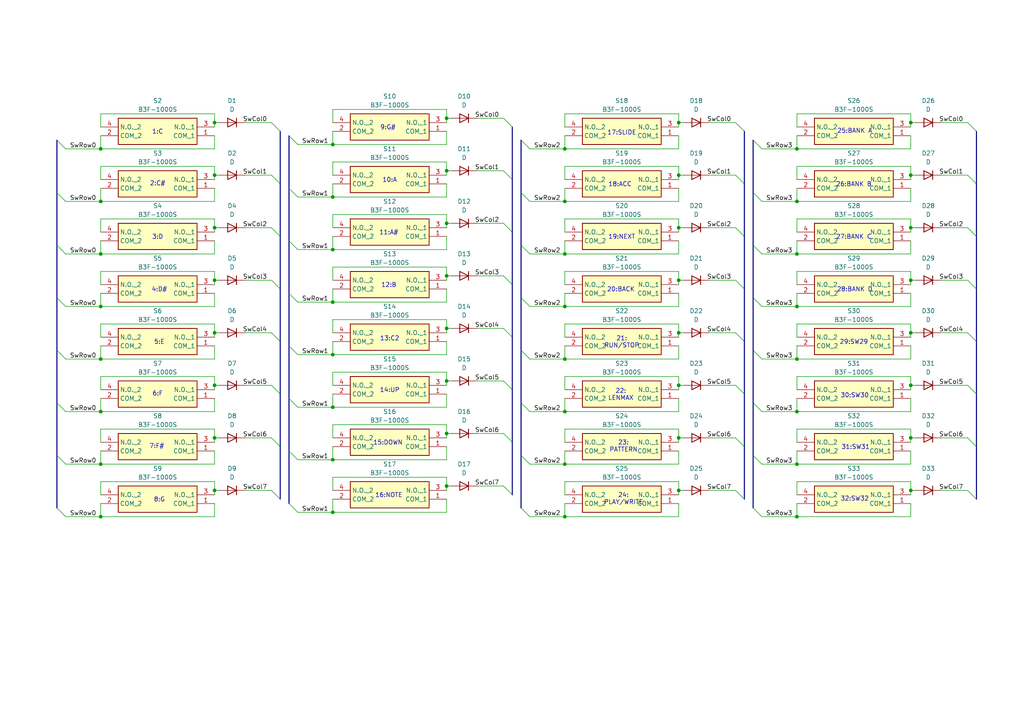
<source format=kicad_sch>
(kicad_sch (version 20231120) (generator "eeschema") (generator_version "8.0")
  (paper "A4")
  (junction (at 29.21 134.62))
  (junction (at 231.14 58.42))
  (junction (at 264.16 35.56))
  (junction (at 163.83 58.42))
  (junction (at 264.16 142.24))
  (junction (at 29.21 43.18))
  (junction (at 62.23 96.52))
  (junction (at 62.23 142.24))
  (junction (at 29.21 149.86))
  (junction (at 264.16 50.8))
  (junction (at 231.14 73.66))
  (junction (at 96.52 118.11))
  (junction (at 62.23 66.04))
  (junction (at 163.83 119.38))
  (junction (at 264.16 111.76))
  (junction (at 96.52 57.15))
  (junction (at 96.52 102.87))
  (junction (at 129.54 95.25))
  (junction (at 196.85 35.56))
  (junction (at 129.54 80.01))
  (junction (at 231.14 88.9))
  (junction (at 29.21 104.14))
  (junction (at 264.16 127))
  (junction (at 196.85 50.8))
  (junction (at 163.83 134.62))
  (junction (at 96.52 148.59))
  (junction (at 264.16 66.04))
  (junction (at 196.85 111.76))
  (junction (at 62.23 111.76))
  (junction (at 231.14 149.86))
  (junction (at 29.21 119.38))
  (junction (at 129.54 125.73))
  (junction (at 163.83 73.66))
  (junction (at 231.14 43.18))
  (junction (at 231.14 134.62))
  (junction (at 129.54 140.97))
  (junction (at 129.54 34.29))
  (junction (at 264.16 96.52))
  (junction (at 231.14 119.38))
  (junction (at 29.21 58.42))
  (junction (at 96.52 72.39))
  (junction (at 196.85 81.28))
  (junction (at 29.21 88.9))
  (junction (at 163.83 43.18))
  (junction (at 62.23 50.8))
  (junction (at 129.54 49.53))
  (junction (at 29.21 73.66))
  (junction (at 196.85 127))
  (junction (at 129.54 64.77))
  (junction (at 96.52 133.35))
  (junction (at 163.83 149.86))
  (junction (at 96.52 41.91))
  (junction (at 62.23 35.56))
  (junction (at 163.83 104.14))
  (junction (at 231.14 104.14))
  (junction (at 196.85 66.04))
  (junction (at 96.52 87.63))
  (junction (at 264.16 81.28))
  (junction (at 62.23 127))
  (junction (at 196.85 96.52))
  (junction (at 163.83 88.9))
  (junction (at 196.85 142.24))
  (junction (at 62.23 81.28))
  (junction (at 129.54 110.49))
  (bus_entry (at 215.9 38.1) (size -2.54 -2.54))
  (bus_entry (at 83.82 146.05) (size 2.54 2.54))
  (bus_entry (at 151.13 86.36) (size 2.54 2.54))
  (bus_entry (at 16.51 147.32) (size 2.54 2.54))
  (bus_entry (at 283.21 53.34) (size -2.54 -2.54))
  (bus_entry (at 83.82 115.57) (size 2.54 2.54))
  (bus_entry (at 151.13 116.84) (size 2.54 2.54))
  (bus_entry (at 283.21 38.1) (size -2.54 -2.54))
  (bus_entry (at 148.59 143.51) (size -2.54 -2.54))
  (bus_entry (at 218.44 71.12) (size 2.54 2.54))
  (bus_entry (at 16.51 40.64) (size 2.54 2.54))
  (bus_entry (at 283.21 129.54) (size -2.54 -2.54))
  (bus_entry (at 83.82 54.61) (size 2.54 2.54))
  (bus_entry (at 148.59 52.07) (size -2.54 -2.54))
  (bus_entry (at 283.21 68.58) (size -2.54 -2.54))
  (bus_entry (at 218.44 86.36) (size 2.54 2.54))
  (bus_entry (at 218.44 132.08) (size 2.54 2.54))
  (bus_entry (at 83.82 39.37) (size 2.54 2.54))
  (bus_entry (at 215.9 53.34) (size -2.54 -2.54))
  (bus_entry (at 215.9 129.54) (size -2.54 -2.54))
  (bus_entry (at 151.13 147.32) (size 2.54 2.54))
  (bus_entry (at 215.9 144.78) (size -2.54 -2.54))
  (bus_entry (at 215.9 114.3) (size -2.54 -2.54))
  (bus_entry (at 218.44 101.6) (size 2.54 2.54))
  (bus_entry (at 215.9 99.06) (size -2.54 -2.54))
  (bus_entry (at 151.13 55.88) (size 2.54 2.54))
  (bus_entry (at 218.44 147.32) (size 2.54 2.54))
  (bus_entry (at 16.51 116.84) (size 2.54 2.54))
  (bus_entry (at 83.82 85.09) (size 2.54 2.54))
  (bus_entry (at 151.13 71.12) (size 2.54 2.54))
  (bus_entry (at 81.28 144.78) (size -2.54 -2.54))
  (bus_entry (at 81.28 129.54) (size -2.54 -2.54))
  (bus_entry (at 81.28 114.3) (size -2.54 -2.54))
  (bus_entry (at 218.44 116.84) (size 2.54 2.54))
  (bus_entry (at 151.13 132.08) (size 2.54 2.54))
  (bus_entry (at 215.9 83.82) (size -2.54 -2.54))
  (bus_entry (at 151.13 40.64) (size 2.54 2.54))
  (bus_entry (at 83.82 130.81) (size 2.54 2.54))
  (bus_entry (at 283.21 99.06) (size -2.54 -2.54))
  (bus_entry (at 218.44 40.64) (size 2.54 2.54))
  (bus_entry (at 283.21 114.3) (size -2.54 -2.54))
  (bus_entry (at 215.9 68.58) (size -2.54 -2.54))
  (bus_entry (at 81.28 68.58) (size -2.54 -2.54))
  (bus_entry (at 151.13 101.6) (size 2.54 2.54))
  (bus_entry (at 81.28 83.82) (size -2.54 -2.54))
  (bus_entry (at 81.28 99.06) (size -2.54 -2.54))
  (bus_entry (at 148.59 82.55) (size -2.54 -2.54))
  (bus_entry (at 148.59 36.83) (size -2.54 -2.54))
  (bus_entry (at 148.59 97.79) (size -2.54 -2.54))
  (bus_entry (at 218.44 55.88) (size 2.54 2.54))
  (bus_entry (at 83.82 100.33) (size 2.54 2.54))
  (bus_entry (at 16.51 86.36) (size 2.54 2.54))
  (bus_entry (at 283.21 83.82) (size -2.54 -2.54))
  (bus_entry (at 16.51 71.12) (size 2.54 2.54))
  (bus_entry (at 148.59 113.03) (size -2.54 -2.54))
  (bus_entry (at 16.51 132.08) (size 2.54 2.54))
  (bus_entry (at 148.59 128.27) (size -2.54 -2.54))
  (bus_entry (at 148.59 67.31) (size -2.54 -2.54))
  (bus_entry (at 283.21 144.78) (size -2.54 -2.54))
  (bus_entry (at 81.28 38.1) (size -2.54 -2.54))
  (bus_entry (at 16.51 101.6) (size 2.54 2.54))
  (bus_entry (at 81.28 53.34) (size -2.54 -2.54))
  (bus_entry (at 16.51 55.88) (size 2.54 2.54))
  (bus_entry (at 83.82 69.85) (size 2.54 2.54))
  (wire (pts (xy 264.16 39.37) (xy 264.16 43.18)))
  (wire (pts (xy 280.67 35.56) (xy 273.05 35.56)))
  (wire (pts (xy 96.52 118.11) (xy 86.36 118.11)))
  (wire (pts (xy 29.21 139.7) (xy 62.23 139.7)))
  (wire (pts (xy 62.23 66.04) (xy 63.5 66.04)))
  (wire (pts (xy 29.21 143.51) (xy 29.21 139.7)))
  (wire (pts (xy 196.85 81.28) (xy 198.12 81.28)))
  (wire (pts (xy 96.52 62.23) (xy 129.54 62.23)))
  (bus (pts (xy 218.44 86.36) (xy 218.44 101.6)))
  (wire (pts (xy 29.21 124.46) (xy 62.23 124.46)))
  (wire (pts (xy 129.54 38.1) (xy 129.54 41.91)))
  (bus (pts (xy 81.28 53.34) (xy 81.28 68.58)))
  (bus (pts (xy 148.59 52.07) (xy 148.59 67.31)))
  (wire (pts (xy 264.16 78.74) (xy 264.16 81.28)))
  (wire (pts (xy 163.83 73.66) (xy 153.67 73.66)))
  (wire (pts (xy 62.23 109.22) (xy 62.23 111.76)))
  (wire (pts (xy 264.16 111.76) (xy 265.43 111.76)))
  (wire (pts (xy 196.85 73.66) (xy 163.83 73.66)))
  (wire (pts (xy 264.16 35.56) (xy 264.16 36.83)))
  (wire (pts (xy 163.83 139.7) (xy 196.85 139.7)))
  (wire (pts (xy 129.54 31.75) (xy 129.54 34.29)))
  (wire (pts (xy 29.21 63.5) (xy 62.23 63.5)))
  (wire (pts (xy 280.67 142.24) (xy 273.05 142.24)))
  (wire (pts (xy 129.54 46.99) (xy 129.54 49.53)))
  (wire (pts (xy 62.23 50.8) (xy 63.5 50.8)))
  (bus (pts (xy 215.9 83.82) (xy 215.9 99.06)))
  (wire (pts (xy 163.83 119.38) (xy 153.67 119.38)))
  (wire (pts (xy 231.14 119.38) (xy 231.14 115.57)))
  (bus (pts (xy 151.13 40.64) (xy 151.13 55.88)))
  (wire (pts (xy 231.14 73.66) (xy 220.98 73.66)))
  (wire (pts (xy 231.14 113.03) (xy 231.14 109.22)))
  (wire (pts (xy 163.83 73.66) (xy 163.83 69.85)))
  (wire (pts (xy 62.23 54.61) (xy 62.23 58.42)))
  (wire (pts (xy 196.85 115.57) (xy 196.85 119.38)))
  (wire (pts (xy 129.54 95.25) (xy 129.54 96.52)))
  (wire (pts (xy 163.83 88.9) (xy 153.67 88.9)))
  (wire (pts (xy 96.52 35.56) (xy 96.52 31.75)))
  (wire (pts (xy 96.52 133.35) (xy 96.52 129.54)))
  (wire (pts (xy 163.83 113.03) (xy 163.83 109.22)))
  (wire (pts (xy 62.23 35.56) (xy 63.5 35.56)))
  (wire (pts (xy 62.23 142.24) (xy 63.5 142.24)))
  (bus (pts (xy 215.9 68.58) (xy 215.9 83.82)))
  (bus (pts (xy 218.44 71.12) (xy 218.44 86.36)))
  (wire (pts (xy 78.74 96.52) (xy 71.12 96.52)))
  (bus (pts (xy 151.13 86.36) (xy 151.13 101.6)))
  (wire (pts (xy 264.16 109.22) (xy 264.16 111.76)))
  (wire (pts (xy 29.21 113.03) (xy 29.21 109.22)))
  (wire (pts (xy 264.16 66.04) (xy 265.43 66.04)))
  (wire (pts (xy 96.52 50.8) (xy 96.52 46.99)))
  (wire (pts (xy 29.21 43.18) (xy 19.05 43.18)))
  (bus (pts (xy 83.82 100.33) (xy 83.82 115.57)))
  (wire (pts (xy 231.14 43.18) (xy 231.14 39.37)))
  (wire (pts (xy 231.14 149.86) (xy 220.98 149.86)))
  (wire (pts (xy 29.21 52.07) (xy 29.21 48.26)))
  (bus (pts (xy 283.21 53.34) (xy 283.21 68.58)))
  (wire (pts (xy 62.23 81.28) (xy 62.23 82.55)))
  (wire (pts (xy 62.23 139.7) (xy 62.23 142.24)))
  (wire (pts (xy 29.21 67.31) (xy 29.21 63.5)))
  (wire (pts (xy 129.54 72.39) (xy 96.52 72.39)))
  (bus (pts (xy 83.82 115.57) (xy 83.82 130.81)))
  (wire (pts (xy 29.21 78.74) (xy 62.23 78.74)))
  (bus (pts (xy 151.13 71.12) (xy 151.13 86.36)))
  (bus (pts (xy 81.28 68.58) (xy 81.28 83.82)))
  (wire (pts (xy 264.16 50.8) (xy 264.16 52.07)))
  (wire (pts (xy 213.36 35.56) (xy 205.74 35.56)))
  (wire (pts (xy 62.23 124.46) (xy 62.23 127)))
  (wire (pts (xy 129.54 68.58) (xy 129.54 72.39)))
  (bus (pts (xy 148.59 67.31) (xy 148.59 82.55)))
  (wire (pts (xy 29.21 119.38) (xy 29.21 115.57)))
  (wire (pts (xy 96.52 41.91) (xy 86.36 41.91)))
  (wire (pts (xy 264.16 33.02) (xy 264.16 35.56)))
  (wire (pts (xy 196.85 35.56) (xy 196.85 36.83)))
  (wire (pts (xy 96.52 87.63) (xy 96.52 83.82)))
  (bus (pts (xy 151.13 132.08) (xy 151.13 147.32)))
  (wire (pts (xy 96.52 92.71) (xy 129.54 92.71)))
  (wire (pts (xy 196.85 54.61) (xy 196.85 58.42)))
  (wire (pts (xy 129.54 140.97) (xy 129.54 142.24)))
  (wire (pts (xy 163.83 52.07) (xy 163.83 48.26)))
  (wire (pts (xy 196.85 96.52) (xy 196.85 97.79)))
  (wire (pts (xy 213.36 66.04) (xy 205.74 66.04)))
  (wire (pts (xy 129.54 118.11) (xy 96.52 118.11)))
  (wire (pts (xy 29.21 88.9) (xy 29.21 85.09)))
  (wire (pts (xy 129.54 80.01) (xy 130.81 80.01)))
  (wire (pts (xy 129.54 57.15) (xy 96.52 57.15)))
  (wire (pts (xy 29.21 33.02) (xy 62.23 33.02)))
  (wire (pts (xy 196.85 63.5) (xy 196.85 66.04)))
  (wire (pts (xy 196.85 39.37) (xy 196.85 43.18)))
  (wire (pts (xy 280.67 111.76) (xy 273.05 111.76)))
  (wire (pts (xy 62.23 81.28) (xy 63.5 81.28)))
  (wire (pts (xy 264.16 73.66) (xy 231.14 73.66)))
  (wire (pts (xy 196.85 81.28) (xy 196.85 82.55)))
  (wire (pts (xy 231.14 36.83) (xy 231.14 33.02)))
  (wire (pts (xy 264.16 134.62) (xy 231.14 134.62)))
  (wire (pts (xy 231.14 58.42) (xy 231.14 54.61)))
  (bus (pts (xy 215.9 38.1) (xy 215.9 53.34)))
  (wire (pts (xy 78.74 127) (xy 71.12 127)))
  (wire (pts (xy 163.83 93.98) (xy 196.85 93.98)))
  (wire (pts (xy 96.52 118.11) (xy 96.52 114.3)))
  (wire (pts (xy 62.23 134.62) (xy 29.21 134.62)))
  (wire (pts (xy 196.85 50.8) (xy 196.85 52.07)))
  (wire (pts (xy 264.16 63.5) (xy 264.16 66.04)))
  (bus (pts (xy 218.44 55.88) (xy 218.44 71.12)))
  (wire (pts (xy 196.85 35.56) (xy 198.12 35.56)))
  (bus (pts (xy 16.51 55.88) (xy 16.51 71.12)))
  (wire (pts (xy 231.14 88.9) (xy 231.14 85.09)))
  (wire (pts (xy 264.16 43.18) (xy 231.14 43.18)))
  (wire (pts (xy 163.83 134.62) (xy 163.83 130.81)))
  (wire (pts (xy 78.74 142.24) (xy 71.12 142.24)))
  (wire (pts (xy 264.16 85.09) (xy 264.16 88.9)))
  (wire (pts (xy 96.52 107.95) (xy 129.54 107.95)))
  (wire (pts (xy 29.21 48.26) (xy 62.23 48.26)))
  (bus (pts (xy 218.44 40.64) (xy 218.44 55.88)))
  (wire (pts (xy 163.83 67.31) (xy 163.83 63.5)))
  (wire (pts (xy 163.83 143.51) (xy 163.83 139.7)))
  (wire (pts (xy 96.52 102.87) (xy 96.52 99.06)))
  (wire (pts (xy 264.16 104.14) (xy 231.14 104.14)))
  (wire (pts (xy 196.85 58.42) (xy 163.83 58.42)))
  (wire (pts (xy 62.23 127) (xy 62.23 128.27)))
  (bus (pts (xy 215.9 53.34) (xy 215.9 68.58)))
  (wire (pts (xy 163.83 119.38) (xy 163.83 115.57)))
  (wire (pts (xy 62.23 100.33) (xy 62.23 104.14)))
  (wire (pts (xy 196.85 66.04) (xy 196.85 67.31)))
  (wire (pts (xy 146.05 64.77) (xy 138.43 64.77)))
  (bus (pts (xy 215.9 114.3) (xy 215.9 129.54)))
  (wire (pts (xy 129.54 34.29) (xy 129.54 35.56)))
  (bus (pts (xy 151.13 55.88) (xy 151.13 71.12)))
  (wire (pts (xy 163.83 63.5) (xy 196.85 63.5)))
  (wire (pts (xy 96.52 66.04) (xy 96.52 62.23)))
  (wire (pts (xy 231.14 104.14) (xy 231.14 100.33)))
  (wire (pts (xy 29.21 73.66) (xy 29.21 69.85)))
  (wire (pts (xy 213.36 111.76) (xy 205.74 111.76)))
  (wire (pts (xy 231.14 128.27) (xy 231.14 124.46)))
  (wire (pts (xy 163.83 36.83) (xy 163.83 33.02)))
  (wire (pts (xy 146.05 140.97) (xy 138.43 140.97)))
  (wire (pts (xy 129.54 62.23) (xy 129.54 64.77)))
  (wire (pts (xy 62.23 146.05) (xy 62.23 149.86)))
  (wire (pts (xy 96.52 102.87) (xy 86.36 102.87)))
  (wire (pts (xy 62.23 130.81) (xy 62.23 134.62)))
  (wire (pts (xy 146.05 95.25) (xy 138.43 95.25)))
  (bus (pts (xy 81.28 114.3) (xy 81.28 129.54)))
  (wire (pts (xy 264.16 127) (xy 265.43 127)))
  (wire (pts (xy 146.05 110.49) (xy 138.43 110.49)))
  (wire (pts (xy 264.16 111.76) (xy 264.16 113.03)))
  (wire (pts (xy 196.85 149.86) (xy 163.83 149.86)))
  (wire (pts (xy 96.52 133.35) (xy 86.36 133.35)))
  (wire (pts (xy 96.52 87.63) (xy 86.36 87.63)))
  (wire (pts (xy 231.14 134.62) (xy 231.14 130.81)))
  (wire (pts (xy 196.85 33.02) (xy 196.85 35.56)))
  (wire (pts (xy 231.14 43.18) (xy 220.98 43.18)))
  (wire (pts (xy 62.23 33.02) (xy 62.23 35.56)))
  (wire (pts (xy 231.14 33.02) (xy 264.16 33.02)))
  (bus (pts (xy 218.44 101.6) (xy 218.44 116.84)))
  (wire (pts (xy 129.54 140.97) (xy 130.81 140.97)))
  (wire (pts (xy 264.16 149.86) (xy 231.14 149.86)))
  (wire (pts (xy 62.23 111.76) (xy 63.5 111.76)))
  (wire (pts (xy 96.52 41.91) (xy 96.52 38.1)))
  (wire (pts (xy 62.23 78.74) (xy 62.23 81.28)))
  (wire (pts (xy 231.14 124.46) (xy 264.16 124.46)))
  (wire (pts (xy 264.16 124.46) (xy 264.16 127)))
  (wire (pts (xy 163.83 134.62) (xy 153.67 134.62)))
  (wire (pts (xy 163.83 149.86) (xy 163.83 146.05)))
  (wire (pts (xy 196.85 127) (xy 196.85 128.27)))
  (wire (pts (xy 129.54 49.53) (xy 129.54 50.8)))
  (wire (pts (xy 264.16 54.61) (xy 264.16 58.42)))
  (wire (pts (xy 78.74 111.76) (xy 71.12 111.76)))
  (wire (pts (xy 62.23 43.18) (xy 29.21 43.18)))
  (wire (pts (xy 264.16 69.85) (xy 264.16 73.66)))
  (wire (pts (xy 62.23 111.76) (xy 62.23 113.03)))
  (wire (pts (xy 62.23 104.14) (xy 29.21 104.14)))
  (wire (pts (xy 62.23 35.56) (xy 62.23 36.83)))
  (wire (pts (xy 231.14 82.55) (xy 231.14 78.74)))
  (wire (pts (xy 96.52 31.75) (xy 129.54 31.75)))
  (wire (pts (xy 163.83 149.86) (xy 153.67 149.86)))
  (bus (pts (xy 283.21 83.82) (xy 283.21 99.06)))
  (wire (pts (xy 196.85 104.14) (xy 163.83 104.14)))
  (wire (pts (xy 129.54 125.73) (xy 130.81 125.73)))
  (wire (pts (xy 62.23 88.9) (xy 29.21 88.9)))
  (wire (pts (xy 129.54 110.49) (xy 130.81 110.49)))
  (wire (pts (xy 196.85 78.74) (xy 196.85 81.28)))
  (wire (pts (xy 196.85 134.62) (xy 163.83 134.62)))
  (wire (pts (xy 29.21 149.86) (xy 19.05 149.86)))
  (wire (pts (xy 196.85 43.18) (xy 163.83 43.18)))
  (wire (pts (xy 96.52 77.47) (xy 129.54 77.47)))
  (wire (pts (xy 196.85 88.9) (xy 163.83 88.9)))
  (wire (pts (xy 196.85 69.85) (xy 196.85 73.66)))
  (wire (pts (xy 29.21 104.14) (xy 19.05 104.14)))
  (wire (pts (xy 163.83 104.14) (xy 153.67 104.14)))
  (bus (pts (xy 283.21 68.58) (xy 283.21 83.82)))
  (wire (pts (xy 196.85 146.05) (xy 196.85 149.86)))
  (wire (pts (xy 231.14 88.9) (xy 220.98 88.9)))
  (bus (pts (xy 16.51 40.64) (xy 16.51 55.88)))
  (wire (pts (xy 280.67 66.04) (xy 273.05 66.04)))
  (bus (pts (xy 83.82 39.37) (xy 83.82 54.61)))
  (wire (pts (xy 129.54 34.29) (xy 130.81 34.29)))
  (wire (pts (xy 96.52 96.52) (xy 96.52 92.71)))
  (wire (pts (xy 62.23 63.5) (xy 62.23 66.04)))
  (wire (pts (xy 129.54 53.34) (xy 129.54 57.15)))
  (wire (pts (xy 96.52 111.76) (xy 96.52 107.95)))
  (wire (pts (xy 62.23 115.57) (xy 62.23 119.38)))
  (wire (pts (xy 264.16 127) (xy 264.16 128.27)))
  (wire (pts (xy 196.85 127) (xy 198.12 127)))
  (wire (pts (xy 231.14 143.51) (xy 231.14 139.7)))
  (wire (pts (xy 163.83 43.18) (xy 163.83 39.37)))
  (wire (pts (xy 96.52 57.15) (xy 96.52 53.34)))
  (bus (pts (xy 283.21 129.54) (xy 283.21 144.78)))
  (wire (pts (xy 280.67 127) (xy 273.05 127)))
  (wire (pts (xy 96.52 123.19) (xy 129.54 123.19)))
  (bus (pts (xy 83.82 130.81) (xy 83.82 146.05)))
  (wire (pts (xy 264.16 35.56) (xy 265.43 35.56)))
  (wire (pts (xy 62.23 96.52) (xy 63.5 96.52)))
  (wire (pts (xy 129.54 41.91) (xy 96.52 41.91)))
  (wire (pts (xy 129.54 133.35) (xy 96.52 133.35)))
  (wire (pts (xy 196.85 50.8) (xy 198.12 50.8)))
  (wire (pts (xy 129.54 107.95) (xy 129.54 110.49)))
  (wire (pts (xy 129.54 87.63) (xy 96.52 87.63)))
  (wire (pts (xy 96.52 72.39) (xy 96.52 68.58)))
  (wire (pts (xy 62.23 50.8) (xy 62.23 52.07)))
  (wire (pts (xy 163.83 48.26) (xy 196.85 48.26)))
  (wire (pts (xy 129.54 80.01) (xy 129.54 81.28)))
  (wire (pts (xy 129.54 64.77) (xy 129.54 66.04)))
  (bus (pts (xy 283.21 99.06) (xy 283.21 114.3)))
  (wire (pts (xy 29.21 43.18) (xy 29.21 39.37)))
  (wire (pts (xy 129.54 77.47) (xy 129.54 80.01)))
  (wire (pts (xy 196.85 66.04) (xy 198.12 66.04)))
  (wire (pts (xy 62.23 66.04) (xy 62.23 67.31)))
  (wire (pts (xy 62.23 39.37) (xy 62.23 43.18)))
  (bus (pts (xy 148.59 82.55) (xy 148.59 97.79)))
  (wire (pts (xy 96.52 148.59) (xy 96.52 144.78)))
  (wire (pts (xy 196.85 139.7) (xy 196.85 142.24)))
  (wire (pts (xy 231.14 48.26) (xy 264.16 48.26)))
  (wire (pts (xy 264.16 48.26) (xy 264.16 50.8)))
  (wire (pts (xy 163.83 109.22) (xy 196.85 109.22)))
  (wire (pts (xy 196.85 142.24) (xy 198.12 142.24)))
  (wire (pts (xy 264.16 88.9) (xy 231.14 88.9)))
  (wire (pts (xy 280.67 50.8) (xy 273.05 50.8)))
  (wire (pts (xy 29.21 97.79) (xy 29.21 93.98)))
  (wire (pts (xy 62.23 69.85) (xy 62.23 73.66)))
  (wire (pts (xy 129.54 110.49) (xy 129.54 111.76)))
  (wire (pts (xy 196.85 48.26) (xy 196.85 50.8)))
  (wire (pts (xy 129.54 83.82) (xy 129.54 87.63)))
  (bus (pts (xy 218.44 132.08) (xy 218.44 147.32)))
  (wire (pts (xy 62.23 73.66) (xy 29.21 73.66)))
  (wire (pts (xy 231.14 67.31) (xy 231.14 63.5)))
  (bus (pts (xy 148.59 97.79) (xy 148.59 113.03)))
  (bus (pts (xy 16.51 132.08) (xy 16.51 147.32)))
  (bus (pts (xy 81.28 83.82) (xy 81.28 99.06)))
  (wire (pts (xy 264.16 142.24) (xy 264.16 143.51)))
  (bus (pts (xy 83.82 69.85) (xy 83.82 85.09)))
  (wire (pts (xy 213.36 50.8) (xy 205.74 50.8)))
  (wire (pts (xy 129.54 49.53) (xy 130.81 49.53)))
  (wire (pts (xy 231.14 134.62) (xy 220.98 134.62)))
  (bus (pts (xy 83.82 54.61) (xy 83.82 69.85)))
  (wire (pts (xy 78.74 81.28) (xy 71.12 81.28)))
  (wire (pts (xy 146.05 34.29) (xy 138.43 34.29)))
  (wire (pts (xy 231.14 109.22) (xy 264.16 109.22)))
  (wire (pts (xy 264.16 96.52) (xy 264.16 97.79)))
  (wire (pts (xy 96.52 142.24) (xy 96.52 138.43)))
  (wire (pts (xy 264.16 115.57) (xy 264.16 119.38)))
  (wire (pts (xy 129.54 148.59) (xy 96.52 148.59)))
  (wire (pts (xy 29.21 58.42) (xy 29.21 54.61)))
  (wire (pts (xy 29.21 149.86) (xy 29.21 146.05)))
  (bus (pts (xy 151.13 116.84) (xy 151.13 132.08)))
  (wire (pts (xy 264.16 81.28) (xy 265.43 81.28)))
  (wire (pts (xy 264.16 142.24) (xy 265.43 142.24)))
  (wire (pts (xy 196.85 109.22) (xy 196.85 111.76)))
  (wire (pts (xy 196.85 100.33) (xy 196.85 104.14)))
  (wire (pts (xy 264.16 130.81) (xy 264.16 134.62)))
  (wire (pts (xy 231.14 78.74) (xy 264.16 78.74)))
  (wire (pts (xy 62.23 142.24) (xy 62.23 143.51)))
  (wire (pts (xy 62.23 58.42) (xy 29.21 58.42)))
  (bus (pts (xy 148.59 113.03) (xy 148.59 128.27)))
  (bus (pts (xy 283.21 38.1) (xy 283.21 53.34)))
  (wire (pts (xy 213.36 127) (xy 205.74 127)))
  (bus (pts (xy 215.9 99.06) (xy 215.9 114.3)))
  (wire (pts (xy 96.52 72.39) (xy 86.36 72.39)))
  (wire (pts (xy 129.54 123.19) (xy 129.54 125.73)))
  (wire (pts (xy 231.14 93.98) (xy 264.16 93.98)))
  (wire (pts (xy 163.83 128.27) (xy 163.83 124.46)))
  (wire (pts (xy 29.21 109.22) (xy 62.23 109.22)))
  (wire (pts (xy 196.85 111.76) (xy 198.12 111.76)))
  (wire (pts (xy 129.54 64.77) (xy 130.81 64.77)))
  (wire (pts (xy 29.21 93.98) (xy 62.23 93.98)))
  (wire (pts (xy 129.54 125.73) (xy 129.54 127)))
  (wire (pts (xy 62.23 119.38) (xy 29.21 119.38)))
  (bus (pts (xy 148.59 36.83) (xy 148.59 52.07)))
  (wire (pts (xy 196.85 111.76) (xy 196.85 113.03)))
  (wire (pts (xy 129.54 138.43) (xy 129.54 140.97)))
  (wire (pts (xy 62.23 48.26) (xy 62.23 50.8)))
  (wire (pts (xy 163.83 43.18) (xy 153.67 43.18)))
  (wire (pts (xy 196.85 93.98) (xy 196.85 96.52)))
  (wire (pts (xy 129.54 95.25) (xy 130.81 95.25)))
  (wire (pts (xy 231.14 119.38) (xy 220.98 119.38)))
  (wire (pts (xy 231.14 63.5) (xy 264.16 63.5)))
  (bus (pts (xy 16.51 86.36) (xy 16.51 101.6)))
  (wire (pts (xy 163.83 104.14) (xy 163.83 100.33)))
  (wire (pts (xy 129.54 114.3) (xy 129.54 118.11)))
  (wire (pts (xy 280.67 96.52) (xy 273.05 96.52)))
  (wire (pts (xy 163.83 124.46) (xy 196.85 124.46)))
  (bus (pts (xy 283.21 114.3) (xy 283.21 129.54)))
  (wire (pts (xy 146.05 49.53) (xy 138.43 49.53)))
  (wire (pts (xy 163.83 33.02) (xy 196.85 33.02)))
  (wire (pts (xy 231.14 149.86) (xy 231.14 146.05)))
  (wire (pts (xy 231.14 58.42) (xy 220.98 58.42)))
  (wire (pts (xy 62.23 93.98) (xy 62.23 96.52)))
  (wire (pts (xy 78.74 35.56) (xy 71.12 35.56)))
  (wire (pts (xy 196.85 130.81) (xy 196.85 134.62)))
  (wire (pts (xy 280.67 81.28) (xy 273.05 81.28)))
  (wire (pts (xy 62.23 149.86) (xy 29.21 149.86)))
  (wire (pts (xy 231.14 97.79) (xy 231.14 93.98)))
  (wire (pts (xy 264.16 146.05) (xy 264.16 149.86)))
  (bus (pts (xy 148.59 128.27) (xy 148.59 143.51)))
  (wire (pts (xy 29.21 36.83) (xy 29.21 33.02)))
  (bus (pts (xy 83.82 85.09) (xy 83.82 100.33)))
  (wire (pts (xy 163.83 78.74) (xy 196.85 78.74)))
  (wire (pts (xy 129.54 92.71) (xy 129.54 95.25)))
  (wire (pts (xy 78.74 50.8) (xy 71.12 50.8)))
  (wire (pts (xy 129.54 129.54) (xy 129.54 133.35)))
  (wire (pts (xy 213.36 96.52) (xy 205.74 96.52)))
  (wire (pts (xy 163.83 97.79) (xy 163.83 93.98)))
  (wire (pts (xy 29.21 73.66) (xy 19.05 73.66)))
  (wire (pts (xy 146.05 80.01) (xy 138.43 80.01)))
  (wire (pts (xy 213.36 81.28) (xy 205.74 81.28)))
  (wire (pts (xy 264.16 81.28) (xy 264.16 82.55)))
  (wire (pts (xy 264.16 66.04) (xy 264.16 67.31)))
  (wire (pts (xy 196.85 142.24) (xy 196.85 143.51)))
  (wire (pts (xy 231.14 104.14) (xy 220.98 104.14)))
  (wire (pts (xy 196.85 119.38) (xy 163.83 119.38)))
  (wire (pts (xy 163.83 58.42) (xy 153.67 58.42)))
  (wire (pts (xy 196.85 124.46) (xy 196.85 127)))
  (wire (pts (xy 264.16 119.38) (xy 231.14 119.38)))
  (wire (pts (xy 62.23 96.52) (xy 62.23 97.79)))
  (wire (pts (xy 163.83 88.9) (xy 163.83 85.09)))
  (bus (pts (xy 215.9 129.54) (xy 215.9 144.78)))
  (wire (pts (xy 29.21 128.27) (xy 29.21 124.46)))
  (wire (pts (xy 196.85 96.52) (xy 198.12 96.52)))
  (bus (pts (xy 151.13 101.6) (xy 151.13 116.84)))
  (wire (pts (xy 196.85 85.09) (xy 196.85 88.9)))
  (wire (pts (xy 29.21 82.55) (xy 29.21 78.74)))
  (wire (pts (xy 264.16 58.42) (xy 231.14 58.42)))
  (wire (pts (xy 62.23 127) (xy 63.5 127)))
  (bus (pts (xy 81.28 129.54) (xy 81.28 144.78)))
  (wire (pts (xy 163.83 58.42) (xy 163.83 54.61)))
  (wire (pts (xy 264.16 96.52) (xy 265.43 96.52)))
  (bus (pts (xy 218.44 116.84) (xy 218.44 132.08)))
  (wire (pts (xy 29.21 58.42) (xy 19.05 58.42)))
  (wire (pts (xy 29.21 134.62) (xy 29.21 130.81)))
  (wire (pts (xy 129.54 102.87) (xy 96.52 102.87)))
  (wire (pts (xy 264.16 50.8) (xy 265.43 50.8)))
  (bus (pts (xy 81.28 99.06) (xy 81.28 114.3)))
  (wire (pts (xy 231.14 73.66) (xy 231.14 69.85)))
  (bus (pts (xy 81.28 38.1) (xy 81.28 53.34)))
  (wire (pts (xy 264.16 100.33) (xy 264.16 104.14)))
  (wire (pts (xy 231.14 139.7) (xy 264.16 139.7)))
  (wire (pts (xy 163.83 82.55) (xy 163.83 78.74)))
  (wire (pts (xy 96.52 148.59) (xy 86.36 148.59)))
  (wire (pts (xy 96.52 138.43) (xy 129.54 138.43)))
  (wire (pts (xy 96.52 46.99) (xy 129.54 46.99)))
  (wire (pts (xy 146.05 125.73) (xy 138.43 125.73)))
  (wire (pts (xy 29.21 119.38) (xy 19.05 119.38)))
  (bus (pts (xy 16.51 71.12) (xy 16.51 86.36)))
  (wire (pts (xy 96.52 81.28) (xy 96.52 77.47)))
  (wire (pts (xy 29.21 104.14) (xy 29.21 100.33)))
  (wire (pts (xy 29.21 134.62) (xy 19.05 134.62)))
  (wire (pts (xy 62.23 85.09) (xy 62.23 88.9)))
  (wire (pts (xy 264.16 93.98) (xy 264.16 96.52)))
  (wire (pts (xy 231.14 52.07) (xy 231.14 48.26)))
  (wire (pts (xy 213.36 142.24) (xy 205.74 142.24)))
  (bus (pts (xy 16.51 101.6) (xy 16.51 116.84)))
  (wire (pts (xy 78.74 66.04) (xy 71.12 66.04)))
  (wire (pts (xy 29.21 88.9) (xy 19.05 88.9)))
  (wire (pts (xy 96.52 127) (xy 96.52 123.19)))
  (wire (pts (xy 129.54 99.06) (xy 129.54 102.87)))
  (wire (pts (xy 129.54 144.78) (xy 129.54 148.59)))
  (bus (pts (xy 16.51 116.84) (xy 16.51 132.08)))
  (wire (pts (xy 264.16 139.7) (xy 264.16 142.24)))
  (wire (pts (xy 96.52 57.15) (xy 86.36 57.15)))
  (text "16:NOTE" (at 112.776 143.764 0) (effects (font (size 1.27 1.27))))
  (text "19:NEXT" (at 180.34 68.834 0) (effects (font (size 1.27 1.27))))
  (text "26:BANK B" (at 247.65 53.594 0) (effects (font (size 1.27 1.27))))
  (text "23:\nPATTERN" (at 180.848 129.54 0) (effects (font (size 1.27 1.27))))
  (text "12:B" (at 112.776 82.804 0) (effects (font (size 1.27 1.27))))
  (text "4:D#" (at 46.228 84.074 0) (effects (font (size 1.27 1.27))))
  (text "7:F#\n" (at 45.466 129.54 0) (effects (font (size 1.27 1.27))))
  (text "6:F\n" (at 45.72 114.3 0) (effects (font (size 1.27 1.27))))
  (text "15:DOWN" (at 112.522 128.524 0) (effects (font (size 1.27 1.27))))
  (text "1:C" (at 45.72 38.354 0) (effects (font (size 1.27 1.27))))
  (text "17:SLIDE" (at 180.34 38.608 0) (effects (font (size 1.27 1.27))))
  (text "3:D" (at 45.72 68.834 0) (effects (font (size 1.27 1.27))))
  (text "14:UP" (at 113.03 113.284 0) (effects (font (size 1.27 1.27))))
  (text "24:\nPLAY/WRITE" (at 180.848 144.78 0) (effects (font (size 1.27 1.27))))
  (text "9:G#" (at 112.522 37.084 0) (effects (font (size 1.27 1.27))))
  (text "21:\nRUN/STOP" (at 180.34 99.314 0) (effects (font (size 1.27 1.27))))
  (text "28:BANK D" (at 247.904 84.074 0) (effects (font (size 1.27 1.27))))
  (text "31:SW31" (at 248.158 129.794 0) (effects (font (size 1.27 1.27))))
  (text "22:\nLENMAX" (at 180.086 114.554 0) (effects (font (size 1.27 1.27))))
  (text "29:SW29" (at 247.65 99.314 0) (effects (font (size 1.27 1.27))))
  (text "10:A" (at 113.03 52.324 0) (effects (font (size 1.27 1.27))))
  (text "8:G" (at 46.228 145.034 0) (effects (font (size 1.27 1.27))))
  (text "27:BANK C" (at 247.65 68.834 0) (effects (font (size 1.27 1.27))))
  (text "13:C2" (at 113.03 98.298 0) (effects (font (size 1.27 1.27))))
  (text "11:A#" (at 112.776 67.564 0) (effects (font (size 1.27 1.27))))
  (text "30:SW30\n" (at 247.904 114.808 0) (effects (font (size 1.27 1.27))))
  (text "20:BACK" (at 180.086 84.074 0) (effects (font (size 1.27 1.27))))
  (text "18:ACC" (at 179.832 53.594 0) (effects (font (size 1.27 1.27))))
  (text "5:E" (at 46.228 99.314 0) (effects (font (size 1.27 1.27))))
  (text "25:BANK A" (at 247.904 38.1 0) (effects (font (size 1.27 1.27))))
  (text "2:C#" (at 45.72 53.34 0) (effects (font (size 1.27 1.27))))
  (text "32:SW32" (at 247.904 144.78 0) (effects (font (size 1.27 1.27))))
  (label "SwRow2" (at 162.56 88.9 180))
  (label "SwCol5" (at 212.09 111.76 180))
  (label "SwRow1" (at 95.25 118.11 180))
  (label "SwRow0" (at 27.94 88.9 180))
  (label "SwRow0" (at 27.94 58.42 180))
  (label "SwRow3" (at 229.87 73.66 180))
  (label "SwRow1" (at 95.25 102.87 180))
  (label "SwCol1" (at 77.47 50.8 180))
  (label "SwCol5" (at 144.78 110.49 180))
  (label "SwCol7" (at 77.47 142.24 180))
  (label "SwCol1" (at 212.09 50.8 180))
  (label "SwCol1" (at 279.4 50.8 180))
  (label "SwRow3" (at 229.87 134.62 180))
  (label "SwCol7" (at 279.4 142.24 180))
  (label "SwCol4" (at 144.78 95.25 180))
  (label "SwCol2" (at 77.47 66.04 180))
  (label "SwCol5" (at 279.4 111.76 180))
  (label "SwCol0" (at 77.47 35.56 180))
  (label "SwRow3" (at 229.87 104.14 180))
  (label "SwRow1" (at 95.25 133.35 180))
  (label "SwCol4" (at 212.09 96.52 180))
  (label "SwRow2" (at 162.56 119.38 180))
  (label "SwRow3" (at 229.87 119.38 180))
  (label "SwCol2" (at 212.09 66.04 180))
  (label "SwRow3" (at 229.87 88.9 180))
  (label "SwRow0" (at 27.94 43.18 180))
  (label "SwRow0" (at 27.94 104.14 180))
  (label "SwRow1" (at 95.25 57.15 180))
  (label "SwCol6" (at 279.4 127 180))
  (label "SwCol0" (at 212.09 35.56 180))
  (label "SwRow0" (at 27.94 73.66 180))
  (label "SwRow2" (at 162.56 58.42 180))
  (label "SwCol2" (at 144.78 64.77 180))
  (label "SwCol3" (at 77.47 81.28 180))
  (label "SwRow1" (at 95.25 148.59 180))
  (label "SwRow1" (at 95.25 87.63 180))
  (label "SwCol0" (at 144.78 34.29 180))
  (label "SwCol6" (at 212.09 127 180))
  (label "SwCol6" (at 77.47 127 180))
  (label "SwCol7" (at 212.09 142.24 180))
  (label "SwRow2" (at 162.56 43.18 180))
  (label "SwRow2" (at 162.56 134.62 180))
  (label "SwRow2" (at 162.56 104.14 180))
  (label "SwCol5" (at 77.47 111.76 180))
  (label "SwCol1" (at 144.78 49.53 180))
  (label "SwRow0" (at 27.94 149.86 180))
  (label "SwCol6" (at 144.78 125.73 180))
  (label "SwCol2" (at 279.4 66.04 180))
  (label "SwCol3" (at 212.09 81.28 180))
  (label "SwCol4" (at 77.47 96.52 180))
  (label "SwRow0" (at 27.94 134.62 180))
  (label "SwRow0" (at 27.94 119.38 180))
  (label "SwRow3" (at 229.87 58.42 180))
  (label "SwRow3" (at 229.87 149.86 180))
  (label "SwRow1" (at 95.25 41.91 180))
  (label "SwCol4" (at 279.4 96.52 180))
  (label "SwCol7" (at 144.78 140.97 180))
  (label "SwCol3" (at 279.4 81.28 180))
  (label "SwRow2" (at 162.56 149.86 180))
  (label "SwRow3" (at 229.87 43.18 180))
  (label "SwCol0" (at 279.4 35.56 180))
  (label "SwCol3" (at 144.78 80.01 180))
  (label "SwRow2" (at 162.56 73.66 180))
  (label "SwRow1" (at 95.25 72.39 180))
  (symbol (lib_id "Device:D") (at 67.31 127 0) (mirror y) (unit 1)
    (property "Reference" "D8" (at 67.31 120.65 0))
    (property "Value" "D" (at 67.31 123.19 0))
    (property "Footprint" "Diode_THT:D_DO-15_P10.16mm_Horizontal" (effects (hide yes)))
    (property "Description" "Diode" (effects (hide yes)))
    (property "Sim.Device" "D" (effects (hide yes)))
    (property "Sim.Pins" "1=K 2=A" (effects (hide yes)))
  )
  (symbol (lib_id "Device:D") (at 67.31 66.04 0) (mirror y) (unit 1)
    (property "Reference" "D4" (at 67.31 59.69 0))
    (property "Value" "D" (at 67.31 62.23 0))
    (property "Footprint" "Diode_THT:D_DO-15_P10.16mm_Horizontal" (effects (hide yes)))
    (property "Description" "Diode" (effects (hide yes)))
    (property "Sim.Device" "D" (effects (hide yes)))
    (property "Sim.Pins" "1=K 2=A" (effects (hide yes)))
  )
  (symbol (lib_id "SamacSys_Parts:B3F-1000S") (at 96.52 111.76 0) (unit 1)
    (property "Reference" "S15" (at 113.03 104.14 0))
    (property "Value" "B3F-1000S" (at 113.03 106.68 0))
    (property "Footprint" "SamacSys_Parts:B3F1060" (effects (hide yes)))
    (property "Datasheet" "https://www.mouser.com/datasheet/2/307/en-b3f-13826.pdf" (effects (hide yes)))
    (property "Description" "Tactile Switches 6x6 Flat 4.3mm Btn Force 100g w/o Grd" (effects (hide yes)))
    (property "Height" "7" (effects (hide yes)))
    (property "Manufacturer_Name" "Omron Electronics" (effects (hide yes)))
    (property "Manufacturer_Part_Number" "B3F-1000S" (effects (hide yes)))
    (property "Mouser Part Number" "653-B3F-1000-S" (effects (hide yes)))
    (property "Mouser Price/Stock" "https://www.mouser.co.uk/ProductDetail/Omron-Electronics/B3F-1000S?qs=C6KiJco3hx0Z3qfxWTJOrg%3D%3D" (effects (hide yes)))
  )
  (symbol (lib_id "SamacSys_Parts:B3F-1000S") (at 231.14 143.51 0) (unit 1)
    (property "Reference" "S33" (at 247.65 135.89 0))
    (property "Value" "B3F-1000S" (at 247.65 138.43 0))
    (property "Footprint" "SamacSys_Parts:B3F1060" (effects (hide yes)))
    (property "Datasheet" "https://www.mouser.com/datasheet/2/307/en-b3f-13826.pdf" (effects (hide yes)))
    (property "Description" "Tactile Switches 6x6 Flat 4.3mm Btn Force 100g w/o Grd" (effects (hide yes)))
    (property "Height" "7" (effects (hide yes)))
    (property "Manufacturer_Name" "Omron Electronics" (effects (hide yes)))
    (property "Manufacturer_Part_Number" "B3F-1000S" (effects (hide yes)))
    (property "Mouser Part Number" "653-B3F-1000-S" (effects (hide yes)))
    (property "Mouser Price/Stock" "https://www.mouser.co.uk/ProductDetail/Omron-Electronics/B3F-1000S?qs=C6KiJco3hx0Z3qfxWTJOrg%3D%3D" (effects (hide yes)))
  )
  (symbol (lib_id "Device:D") (at 134.62 125.73 0) (mirror y) (unit 1)
    (property "Reference" "D16" (at 134.62 119.38 0))
    (property "Value" "D" (at 134.62 121.92 0))
    (property "Footprint" "Diode_THT:D_DO-15_P10.16mm_Horizontal" (effects (hide yes)))
    (property "Description" "Diode" (effects (hide yes)))
    (property "Sim.Device" "D" (effects (hide yes)))
    (property "Sim.Pins" "1=K 2=A" (effects (hide yes)))
  )
  (symbol (lib_id "Device:D") (at 67.31 35.56 0) (mirror y) (unit 1)
    (property "Reference" "D1" (at 67.31 29.21 0))
    (property "Value" "D" (at 67.31 31.75 0))
    (property "Footprint" "Diode_THT:D_DO-15_P10.16mm_Horizontal" (effects (hide yes)))
    (property "Description" "Diode" (effects (hide yes)))
    (property "Sim.Device" "D" (effects (hide yes)))
    (property "Sim.Pins" "1=K 2=A" (effects (hide yes)))
  )
  (symbol (lib_id "SamacSys_Parts:B3F-1000S") (at 29.21 67.31 0) (unit 1)
    (property "Reference" "S4" (at 45.72 59.69 0))
    (property "Value" "B3F-1000S" (at 45.72 62.23 0))
    (property "Footprint" "SamacSys_Parts:B3F1060" (effects (hide yes)))
    (property "Datasheet" "https://www.mouser.com/datasheet/2/307/en-b3f-13826.pdf" (effects (hide yes)))
    (property "Description" "Tactile Switches 6x6 Flat 4.3mm Btn Force 100g w/o Grd" (effects (hide yes)))
    (property "Height" "7" (effects (hide yes)))
    (property "Manufacturer_Name" "Omron Electronics" (effects (hide yes)))
    (property "Manufacturer_Part_Number" "B3F-1000S" (effects (hide yes)))
    (property "Mouser Part Number" "653-B3F-1000-S" (effects (hide yes)))
    (property "Mouser Price/Stock" "https://www.mouser.co.uk/ProductDetail/Omron-Electronics/B3F-1000S?qs=C6KiJco3hx0Z3qfxWTJOrg%3D%3D" (effects (hide yes)))
  )
  (symbol (lib_id "Device:D") (at 201.93 96.52 0) (mirror y) (unit 1)
    (property "Reference" "D22" (at 201.93 90.17 0))
    (property "Value" "D" (at 201.93 92.71 0))
    (property "Footprint" "Diode_THT:D_DO-15_P10.16mm_Horizontal" (effects (hide yes)))
    (property "Description" "Diode" (effects (hide yes)))
    (property "Sim.Device" "D" (effects (hide yes)))
    (property "Sim.Pins" "1=K 2=A" (effects (hide yes)))
  )
  (symbol (lib_id "SamacSys_Parts:B3F-1000S") (at 231.14 52.07 0) (unit 1)
    (property "Reference" "S27" (at 247.65 44.45 0))
    (property "Value" "B3F-1000S" (at 247.65 46.99 0))
    (property "Footprint" "SamacSys_Parts:B3F1060" (effects (hide yes)))
    (property "Datasheet" "https://www.mouser.com/datasheet/2/307/en-b3f-13826.pdf" (effects (hide yes)))
    (property "Description" "Tactile Switches 6x6 Flat 4.3mm Btn Force 100g w/o Grd" (effects (hide yes)))
    (property "Height" "7" (effects (hide yes)))
    (property "Manufacturer_Name" "Omron Electronics" (effects (hide yes)))
    (property "Manufacturer_Part_Number" "B3F-1000S" (effects (hide yes)))
    (property "Mouser Part Number" "653-B3F-1000-S" (effects (hide yes)))
    (property "Mouser Price/Stock" "https://www.mouser.co.uk/ProductDetail/Omron-Electronics/B3F-1000S?qs=C6KiJco3hx0Z3qfxWTJOrg%3D%3D" (effects (hide yes)))
  )
  (symbol (lib_id "SamacSys_Parts:B3F-1000S") (at 96.52 81.28 0) (unit 1)
    (property "Reference" "S13" (at 113.03 73.66 0))
    (property "Value" "B3F-1000S" (at 113.03 76.2 0))
    (property "Footprint" "SamacSys_Parts:B3F1060" (effects (hide yes)))
    (property "Datasheet" "https://www.mouser.com/datasheet/2/307/en-b3f-13826.pdf" (effects (hide yes)))
    (property "Description" "Tactile Switches 6x6 Flat 4.3mm Btn Force 100g w/o Grd" (effects (hide yes)))
    (property "Height" "7" (effects (hide yes)))
    (property "Manufacturer_Name" "Omron Electronics" (effects (hide yes)))
    (property "Manufacturer_Part_Number" "B3F-1000S" (effects (hide yes)))
    (property "Mouser Part Number" "653-B3F-1000-S" (effects (hide yes)))
    (property "Mouser Price/Stock" "https://www.mouser.co.uk/ProductDetail/Omron-Electronics/B3F-1000S?qs=C6KiJco3hx0Z3qfxWTJOrg%3D%3D" (effects (hide yes)))
  )
  (symbol (lib_id "Device:D") (at 269.24 96.52 0) (mirror y) (unit 1)
    (property "Reference" "D30" (at 269.24 90.17 0))
    (property "Value" "D" (at 269.24 92.71 0))
    (property "Footprint" "Diode_THT:D_DO-15_P10.16mm_Horizontal" (effects (hide yes)))
    (property "Description" "Diode" (effects (hide yes)))
    (property "Sim.Device" "D" (effects (hide yes)))
    (property "Sim.Pins" "1=K 2=A" (effects (hide yes)))
  )
  (symbol (lib_id "Device:D") (at 269.24 127 0) (mirror y) (unit 1)
    (property "Reference" "D32" (at 269.24 120.65 0))
    (property "Value" "D" (at 269.24 123.19 0))
    (property "Footprint" "Diode_THT:D_DO-15_P10.16mm_Horizontal" (effects (hide yes)))
    (property "Description" "Diode" (effects (hide yes)))
    (property "Sim.Device" "D" (effects (hide yes)))
    (property "Sim.Pins" "1=K 2=A" (effects (hide yes)))
  )
  (symbol (lib_id "SamacSys_Parts:B3F-1000S") (at 29.21 36.83 0) (unit 1)
    (property "Reference" "S2" (at 45.72 29.21 0))
    (property "Value" "B3F-1000S" (at 45.72 31.75 0))
    (property "Footprint" "SamacSys_Parts:B3F1060" (effects (hide yes)))
    (property "Datasheet" "https://www.mouser.com/datasheet/2/307/en-b3f-13826.pdf" (effects (hide yes)))
    (property "Description" "Tactile Switches 6x6 Flat 4.3mm Btn Force 100g w/o Grd" (effects (hide yes)))
    (property "Height" "7" (effects (hide yes)))
    (property "Manufacturer_Name" "Omron Electronics" (effects (hide yes)))
    (property "Manufacturer_Part_Number" "B3F-1000S" (effects (hide yes)))
    (property "Mouser Part Number" "653-B3F-1000-S" (effects (hide yes)))
    (property "Mouser Price/Stock" "https://www.mouser.co.uk/ProductDetail/Omron-Electronics/B3F-1000S?qs=C6KiJco3hx0Z3qfxWTJOrg%3D%3D" (effects (hide yes)))
  )
  (symbol (lib_id "Device:D") (at 134.62 64.77 0) (mirror y) (unit 1)
    (property "Reference" "D12" (at 134.62 58.42 0))
    (property "Value" "D" (at 134.62 60.96 0))
    (property "Footprint" "Diode_THT:D_DO-15_P10.16mm_Horizontal" (effects (hide yes)))
    (property "Description" "Diode" (effects (hide yes)))
    (property "Sim.Device" "D" (effects (hide yes)))
    (property "Sim.Pins" "1=K 2=A" (effects (hide yes)))
  )
  (symbol (lib_id "SamacSys_Parts:B3F-1000S") (at 231.14 82.55 0) (unit 1)
    (property "Reference" "S29" (at 247.65 74.93 0))
    (property "Value" "B3F-1000S" (at 247.65 77.47 0))
    (property "Footprint" "SamacSys_Parts:B3F1060" (effects (hide yes)))
    (property "Datasheet" "https://www.mouser.com/datasheet/2/307/en-b3f-13826.pdf" (effects (hide yes)))
    (property "Description" "Tactile Switches 6x6 Flat 4.3mm Btn Force 100g w/o Grd" (effects (hide yes)))
    (property "Height" "7" (effects (hide yes)))
    (property "Manufacturer_Name" "Omron Electronics" (effects (hide yes)))
    (property "Manufacturer_Part_Number" "B3F-1000S" (effects (hide yes)))
    (property "Mouser Part Number" "653-B3F-1000-S" (effects (hide yes)))
    (property "Mouser Price/Stock" "https://www.mouser.co.uk/ProductDetail/Omron-Electronics/B3F-1000S?qs=C6KiJco3hx0Z3qfxWTJOrg%3D%3D" (effects (hide yes)))
  )
  (symbol (lib_id "Device:D") (at 269.24 35.56 0) (mirror y) (unit 1)
    (property "Reference" "D26" (at 269.24 29.21 0))
    (property "Value" "D" (at 269.24 31.75 0))
    (property "Footprint" "Diode_THT:D_DO-15_P10.16mm_Horizontal" (effects (hide yes)))
    (property "Description" "Diode" (effects (hide yes)))
    (property "Sim.Device" "D" (effects (hide yes)))
    (property "Sim.Pins" "1=K 2=A" (effects (hide yes)))
  )
  (symbol (lib_id "Device:D") (at 67.31 81.28 0) (mirror y) (unit 1)
    (property "Reference" "D5" (at 67.31 74.93 0))
    (property "Value" "D" (at 67.31 77.47 0))
    (property "Footprint" "Diode_THT:D_DO-15_P10.16mm_Horizontal" (effects (hide yes)))
    (property "Description" "Diode" (effects (hide yes)))
    (property "Sim.Device" "D" (effects (hide yes)))
    (property "Sim.Pins" "1=K 2=A" (effects (hide yes)))
  )
  (symbol (lib_id "SamacSys_Parts:B3F-1000S") (at 231.14 36.83 0) (unit 1)
    (property "Reference" "S26" (at 247.65 29.21 0))
    (property "Value" "B3F-1000S" (at 247.65 31.75 0))
    (property "Footprint" "SamacSys_Parts:B3F1060" (effects (hide yes)))
    (property "Datasheet" "https://www.mouser.com/datasheet/2/307/en-b3f-13826.pdf" (effects (hide yes)))
    (property "Description" "Tactile Switches 6x6 Flat 4.3mm Btn Force 100g w/o Grd" (effects (hide yes)))
    (property "Height" "7" (effects (hide yes)))
    (property "Manufacturer_Name" "Omron Electronics" (effects (hide yes)))
    (property "Manufacturer_Part_Number" "B3F-1000S" (effects (hide yes)))
    (property "Mouser Part Number" "653-B3F-1000-S" (effects (hide yes)))
    (property "Mouser Price/Stock" "https://www.mouser.co.uk/ProductDetail/Omron-Electronics/B3F-1000S?qs=C6KiJco3hx0Z3qfxWTJOrg%3D%3D" (effects (hide yes)))
  )
  (symbol (lib_id "SamacSys_Parts:B3F-1000S") (at 231.14 128.27 0) (unit 1)
    (property "Reference" "S32" (at 247.65 120.65 0))
    (property "Value" "B3F-1000S" (at 247.65 123.19 0))
    (property "Footprint" "SamacSys_Parts:B3F1060" (effects (hide yes)))
    (property "Datasheet" "https://www.mouser.com/datasheet/2/307/en-b3f-13826.pdf" (effects (hide yes)))
    (property "Description" "Tactile Switches 6x6 Flat 4.3mm Btn Force 100g w/o Grd" (effects (hide yes)))
    (property "Height" "7" (effects (hide yes)))
    (property "Manufacturer_Name" "Omron Electronics" (effects (hide yes)))
    (property "Manufacturer_Part_Number" "B3F-1000S" (effects (hide yes)))
    (property "Mouser Part Number" "653-B3F-1000-S" (effects (hide yes)))
    (property "Mouser Price/Stock" "https://www.mouser.co.uk/ProductDetail/Omron-Electronics/B3F-1000S?qs=C6KiJco3hx0Z3qfxWTJOrg%3D%3D" (effects (hide yes)))
  )
  (symbol (lib_id "SamacSys_Parts:B3F-1000S") (at 96.52 142.24 0) (unit 1)
    (property "Reference" "S17" (at 113.03 134.62 0))
    (property "Value" "B3F-1000S" (at 113.03 137.16 0))
    (property "Footprint" "SamacSys_Parts:B3F1060" (effects (hide yes)))
    (property "Datasheet" "https://www.mouser.com/datasheet/2/307/en-b3f-13826.pdf" (effects (hide yes)))
    (property "Description" "Tactile Switches 6x6 Flat 4.3mm Btn Force 100g w/o Grd" (effects (hide yes)))
    (property "Height" "7" (effects (hide yes)))
    (property "Manufacturer_Name" "Omron Electronics" (effects (hide yes)))
    (property "Manufacturer_Part_Number" "B3F-1000S" (effects (hide yes)))
    (property "Mouser Part Number" "653-B3F-1000-S" (effects (hide yes)))
    (property "Mouser Price/Stock" "https://www.mouser.co.uk/ProductDetail/Omron-Electronics/B3F-1000S?qs=C6KiJco3hx0Z3qfxWTJOrg%3D%3D" (effects (hide yes)))
  )
  (symbol (lib_id "Device:D") (at 67.31 142.24 0) (mirror y) (unit 1)
    (property "Reference" "D9" (at 67.31 135.89 0))
    (property "Value" "D" (at 67.31 138.43 0))
    (property "Footprint" "Diode_THT:D_DO-15_P10.16mm_Horizontal" (effects (hide yes)))
    (property "Description" "Diode" (effects (hide yes)))
    (property "Sim.Device" "D" (effects (hide yes)))
    (property "Sim.Pins" "1=K 2=A" (effects (hide yes)))
  )
  (symbol (lib_id "SamacSys_Parts:B3F-1000S") (at 231.14 67.31 0) (unit 1)
    (property "Reference" "S28" (at 247.65 59.69 0))
    (property "Value" "B3F-1000S" (at 247.65 62.23 0))
    (property "Footprint" "SamacSys_Parts:B3F1060" (effects (hide yes)))
    (property "Datasheet" "https://www.mouser.com/datasheet/2/307/en-b3f-13826.pdf" (effects (hide yes)))
    (property "Description" "Tactile Switches 6x6 Flat 4.3mm Btn Force 100g w/o Grd" (effects (hide yes)))
    (property "Height" "7" (effects (hide yes)))
    (property "Manufacturer_Name" "Omron Electronics" (effects (hide yes)))
    (property "Manufacturer_Part_Number" "B3F-1000S" (effects (hide yes)))
    (property "Mouser Part Number" "653-B3F-1000-S" (effects (hide yes)))
    (property "Mouser Price/Stock" "https://www.mouser.co.uk/ProductDetail/Omron-Electronics/B3F-1000S?qs=C6KiJco3hx0Z3qfxWTJOrg%3D%3D" (effects (hide yes)))
  )
  (symbol (lib_id "SamacSys_Parts:B3F-1000S") (at 163.83 67.31 0) (unit 1)
    (property "Reference" "S20" (at 180.34 59.69 0))
    (property "Value" "B3F-1000S" (at 180.34 62.23 0))
    (property "Footprint" "SamacSys_Parts:B3F1060" (effects (hide yes)))
    (property "Datasheet" "https://www.mouser.com/datasheet/2/307/en-b3f-13826.pdf" (effects (hide yes)))
    (property "Description" "Tactile Switches 6x6 Flat 4.3mm Btn Force 100g w/o Grd" (effects (hide yes)))
    (property "Height" "7" (effects (hide yes)))
    (property "Manufacturer_Name" "Omron Electronics" (effects (hide yes)))
    (property "Manufacturer_Part_Number" "B3F-1000S" (effects (hide yes)))
    (property "Mouser Part Number" "653-B3F-1000-S" (effects (hide yes)))
    (property "Mouser Price/Stock" "https://www.mouser.co.uk/ProductDetail/Omron-Electronics/B3F-1000S?qs=C6KiJco3hx0Z3qfxWTJOrg%3D%3D" (effects (hide yes)))
  )
  (symbol (lib_id "SamacSys_Parts:B3F-1000S") (at 163.83 97.79 0) (unit 1)
    (property "Reference" "S22" (at 180.34 90.17 0))
    (property "Value" "B3F-1000S" (at 180.34 92.71 0))
    (property "Footprint" "SamacSys_Parts:B3F1060" (effects (hide yes)))
    (property "Datasheet" "https://www.mouser.com/datasheet/2/307/en-b3f-13826.pdf" (effects (hide yes)))
    (property "Description" "Tactile Switches 6x6 Flat 4.3mm Btn Force 100g w/o Grd" (effects (hide yes)))
    (property "Height" "7" (effects (hide yes)))
    (property "Manufacturer_Name" "Omron Electronics" (effects (hide yes)))
    (property "Manufacturer_Part_Number" "B3F-1000S" (effects (hide yes)))
    (property "Mouser Part Number" "653-B3F-1000-S" (effects (hide yes)))
    (property "Mouser Price/Stock" "https://www.mouser.co.uk/ProductDetail/Omron-Electronics/B3F-1000S?qs=C6KiJco3hx0Z3qfxWTJOrg%3D%3D" (effects (hide yes)))
  )
  (symbol (lib_id "SamacSys_Parts:B3F-1000S") (at 96.52 96.52 0) (unit 1)
    (property "Reference" "S14" (at 113.03 88.9 0))
    (property "Value" "B3F-1000S" (at 113.03 91.44 0))
    (property "Footprint" "SamacSys_Parts:B3F1060" (effects (hide yes)))
    (property "Datasheet" "https://www.mouser.com/datasheet/2/307/en-b3f-13826.pdf" (effects (hide yes)))
    (property "Description" "Tactile Switches 6x6 Flat 4.3mm Btn Force 100g w/o Grd" (effects (hide yes)))
    (property "Height" "7" (effects (hide yes)))
    (property "Manufacturer_Name" "Omron Electronics" (effects (hide yes)))
    (property "Manufacturer_Part_Number" "B3F-1000S" (effects (hide yes)))
    (property "Mouser Part Number" "653-B3F-1000-S" (effects (hide yes)))
    (property "Mouser Price/Stock" "https://www.mouser.co.uk/ProductDetail/Omron-Electronics/B3F-1000S?qs=C6KiJco3hx0Z3qfxWTJOrg%3D%3D" (effects (hide yes)))
  )
  (symbol (lib_id "Device:D") (at 269.24 111.76 0) (mirror y) (unit 1)
    (property "Reference" "D31" (at 269.24 105.41 0))
    (property "Value" "D" (at 269.24 107.95 0))
    (property "Footprint" "Diode_THT:D_DO-15_P10.16mm_Horizontal" (effects (hide yes)))
    (property "Description" "Diode" (effects (hide yes)))
    (property "Sim.Device" "D" (effects (hide yes)))
    (property "Sim.Pins" "1=K 2=A" (effects (hide yes)))
  )
  (symbol (lib_id "Device:D") (at 134.62 95.25 0) (mirror y) (unit 1)
    (property "Reference" "D14" (at 134.62 88.9 0))
    (property "Value" "D" (at 134.62 91.44 0))
    (property "Footprint" "Diode_THT:D_DO-15_P10.16mm_Horizontal" (effects (hide yes)))
    (property "Description" "Diode" (effects (hide yes)))
    (property "Sim.Device" "D" (effects (hide yes)))
    (property "Sim.Pins" "1=K 2=A" (effects (hide yes)))
  )
  (symbol (lib_id "SamacSys_Parts:B3F-1000S") (at 29.21 128.27 0) (unit 1)
    (property "Reference" "S8" (at 45.72 120.65 0))
    (property "Value" "B3F-1000S" (at 45.72 123.19 0))
    (property "Footprint" "SamacSys_Parts:B3F1060" (effects (hide yes)))
    (property "Datasheet" "https://www.mouser.com/datasheet/2/307/en-b3f-13826.pdf" (effects (hide yes)))
    (property "Description" "Tactile Switches 6x6 Flat 4.3mm Btn Force 100g w/o Grd" (effects (hide yes)))
    (property "Height" "7" (effects (hide yes)))
    (property "Manufacturer_Name" "Omron Electronics" (effects (hide yes)))
    (property "Manufacturer_Part_Number" "B3F-1000S" (effects (hide yes)))
    (property "Mouser Part Number" "653-B3F-1000-S" (effects (hide yes)))
    (property "Mouser Price/Stock" "https://www.mouser.co.uk/ProductDetail/Omron-Electronics/B3F-1000S?qs=C6KiJco3hx0Z3qfxWTJOrg%3D%3D" (effects (hide yes)))
  )
  (symbol (lib_id "Device:D") (at 201.93 50.8 0) (mirror y) (unit 1)
    (property "Reference" "D19" (at 201.93 44.45 0))
    (property "Value" "D" (at 201.93 46.99 0))
    (property "Footprint" "Diode_THT:D_DO-15_P10.16mm_Horizontal" (effects (hide yes)))
    (property "Description" "Diode" (effects (hide yes)))
    (property "Sim.Device" "D" (effects (hide yes)))
    (property "Sim.Pins" "1=K 2=A" (effects (hide yes)))
  )
  (symbol (lib_id "Device:D") (at 134.62 140.97 0) (mirror y) (unit 1)
    (property "Reference" "D17" (at 134.62 134.62 0))
    (property "Value" "D" (at 134.62 137.16 0))
    (property "Footprint" "Diode_THT:D_DO-15_P10.16mm_Horizontal" (effects (hide yes)))
    (property "Description" "Diode" (effects (hide yes)))
    (property "Sim.Device" "D" (effects (hide yes)))
    (property "Sim.Pins" "1=K 2=A" (effects (hide yes)))
  )
  (symbol (lib_id "Device:D") (at 201.93 127 0) (mirror y) (unit 1)
    (property "Reference" "D24" (at 201.93 120.65 0))
    (property "Value" "D" (at 201.93 123.19 0))
    (property "Footprint" "Diode_THT:D_DO-15_P10.16mm_Horizontal" (effects (hide yes)))
    (property "Description" "Diode" (effects (hide yes)))
    (property "Sim.Device" "D" (effects (hide yes)))
    (property "Sim.Pins" "1=K 2=A" (effects (hide yes)))
  )
  (symbol (lib_id "SamacSys_Parts:B3F-1000S") (at 163.83 36.83 0) (unit 1)
    (property "Reference" "S18" (at 180.34 29.21 0))
    (property "Value" "B3F-1000S" (at 180.34 31.75 0))
    (property "Footprint" "SamacSys_Parts:B3F1060" (effects (hide yes)))
    (property "Datasheet" "https://www.mouser.com/datasheet/2/307/en-b3f-13826.pdf" (effects (hide yes)))
    (property "Description" "Tactile Switches 6x6 Flat 4.3mm Btn Force 100g w/o Grd" (effects (hide yes)))
    (property "Height" "7" (effects (hide yes)))
    (property "Manufacturer_Name" "Omron Electronics" (effects (hide yes)))
    (property "Manufacturer_Part_Number" "B3F-1000S" (effects (hide yes)))
    (property "Mouser Part Number" "653-B3F-1000-S" (effects (hide yes)))
    (property "Mouser Price/Stock" "https://www.mouser.co.uk/ProductDetail/Omron-Electronics/B3F-1000S?qs=C6KiJco3hx0Z3qfxWTJOrg%3D%3D" (effects (hide yes)))
  )
  (symbol (lib_id "Device:D") (at 201.93 111.76 0) (mirror y) (unit 1)
    (property "Reference" "D23" (at 201.93 105.41 0))
    (property "Value" "D" (at 201.93 107.95 0))
    (property "Footprint" "Diode_THT:D_DO-15_P10.16mm_Horizontal" (effects (hide yes)))
    (property "Description" "Diode" (effects (hide yes)))
    (property "Sim.Device" "D" (effects (hide yes)))
    (property "Sim.Pins" "1=K 2=A" (effects (hide yes)))
  )
  (symbol (lib_id "SamacSys_Parts:B3F-1000S") (at 163.83 128.27 0) (unit 1)
    (property "Reference" "S24" (at 180.34 120.65 0))
    (property "Value" "B3F-1000S" (at 180.34 123.19 0))
    (property "Footprint" "SamacSys_Parts:B3F1060" (effects (hide yes)))
    (property "Datasheet" "https://www.mouser.com/datasheet/2/307/en-b3f-13826.pdf" (effects (hide yes)))
    (property "Description" "Tactile Switches 6x6 Flat 4.3mm Btn Force 100g w/o Grd" (effects (hide yes)))
    (property "Height" "7" (effects (hide yes)))
    (property "Manufacturer_Name" "Omron Electronics" (effects (hide yes)))
    (property "Manufacturer_Part_Number" "B3F-1000S" (effects (hide yes)))
    (property "Mouser Part Number" "653-B3F-1000-S" (effects (hide yes)))
    (property "Mouser Price/Stock" "https://www.mouser.co.uk/ProductDetail/Omron-Electronics/B3F-1000S?qs=C6KiJco3hx0Z3qfxWTJOrg%3D%3D" (effects (hide yes)))
  )
  (symbol (lib_id "Device:D") (at 67.31 50.8 0) (mirror y) (unit 1)
    (property "Reference" "D2" (at 67.31 44.45 0))
    (property "Value" "D" (at 67.31 46.99 0))
    (property "Footprint" "Diode_THT:D_DO-15_P10.16mm_Horizontal" (effects (hide yes)))
    (property "Description" "Diode" (effects (hide yes)))
    (property "Sim.Device" "D" (effects (hide yes)))
    (property "Sim.Pins" "1=K 2=A" (effects (hide yes)))
  )
  (symbol (lib_id "Device:D") (at 201.93 142.24 0) (mirror y) (unit 1)
    (property "Reference" "D25" (at 201.93 135.89 0))
    (property "Value" "D" (at 201.93 138.43 0))
    (property "Footprint" "Diode_THT:D_DO-15_P10.16mm_Horizontal" (effects (hide yes)))
    (property "Description" "Diode" (effects (hide yes)))
    (property "Sim.Device" "D" (effects (hide yes)))
    (property "Sim.Pins" "1=K 2=A" (effects (hide yes)))
  )
  (symbol (lib_id "SamacSys_Parts:B3F-1000S") (at 29.21 82.55 0) (unit 1)
    (property "Reference" "S5" (at 45.72 74.93 0))
    (property "Value" "B3F-1000S" (at 45.72 77.47 0))
    (property "Footprint" "SamacSys_Parts:B3F1060" (effects (hide yes)))
    (property "Datasheet" "https://www.mouser.com/datasheet/2/307/en-b3f-13826.pdf" (effects (hide yes)))
    (property "Description" "Tactile Switches 6x6 Flat 4.3mm Btn Force 100g w/o Grd" (effects (hide yes)))
    (property "Height" "7" (effects (hide yes)))
    (property "Manufacturer_Name" "Omron Electronics" (effects (hide yes)))
    (property "Manufacturer_Part_Number" "B3F-1000S" (effects (hide yes)))
    (property "Mouser Part Number" "653-B3F-1000-S" (effects (hide yes)))
    (property "Mouser Price/Stock" "https://www.mouser.co.uk/ProductDetail/Omron-Electronics/B3F-1000S?qs=C6KiJco3hx0Z3qfxWTJOrg%3D%3D" (effects (hide yes)))
  )
  (symbol (lib_id "Device:D") (at 134.62 80.01 0) (mirror y) (unit 1)
    (property "Reference" "D13" (at 134.62 73.66 0))
    (property "Value" "D" (at 134.62 76.2 0))
    (property "Footprint" "Diode_THT:D_DO-15_P10.16mm_Horizontal" (effects (hide yes)))
    (property "Description" "Diode" (effects (hide yes)))
    (property "Sim.Device" "D" (effects (hide yes)))
    (property "Sim.Pins" "1=K 2=A" (effects (hide yes)))
  )
  (symbol (lib_id "Device:D") (at 201.93 66.04 0) (mirror y) (unit 1)
    (property "Reference" "D20" (at 201.93 59.69 0))
    (property "Value" "D" (at 201.93 62.23 0))
    (property "Footprint" "Diode_THT:D_DO-15_P10.16mm_Horizontal" (effects (hide yes)))
    (property "Description" "Diode" (effects (hide yes)))
    (property "Sim.Device" "D" (effects (hide yes)))
    (property "Sim.Pins" "1=K 2=A" (effects (hide yes)))
  )
  (symbol (lib_id "SamacSys_Parts:B3F-1000S") (at 29.21 113.03 0) (unit 1)
    (property "Reference" "S7" (at 45.72 105.41 0))
    (property "Value" "B3F-1000S" (at 45.72 107.95 0))
    (property "Footprint" "SamacSys_Parts:B3F1060" (effects (hide yes)))
    (property "Datasheet" "https://www.mouser.com/datasheet/2/307/en-b3f-13826.pdf" (effects (hide yes)))
    (property "Description" "Tactile Switches 6x6 Flat 4.3mm Btn Force 100g w/o Grd" (effects (hide yes)))
    (property "Height" "7" (effects (hide yes)))
    (property "Manufacturer_Name" "Omron Electronics" (effects (hide yes)))
    (property "Manufacturer_Part_Number" "B3F-1000S" (effects (hide yes)))
    (property "Mouser Part Number" "653-B3F-1000-S" (effects (hide yes)))
    (property "Mouser Price/Stock" "https://www.mouser.co.uk/ProductDetail/Omron-Electronics/B3F-1000S?qs=C6KiJco3hx0Z3qfxWTJOrg%3D%3D" (effects (hide yes)))
  )
  (symbol (lib_id "SamacSys_Parts:B3F-1000S") (at 29.21 143.51 0) (unit 1)
    (property "Reference" "S9" (at 45.72 135.89 0))
    (property "Value" "B3F-1000S" (at 45.72 138.43 0))
    (property "Footprint" "SamacSys_Parts:B3F1060" (effects (hide yes)))
    (property "Datasheet" "https://www.mouser.com/datasheet/2/307/en-b3f-13826.pdf" (effects (hide yes)))
    (property "Description" "Tactile Switches 6x6 Flat 4.3mm Btn Force 100g w/o Grd" (effects (hide yes)))
    (property "Height" "7" (effects (hide yes)))
    (property "Manufacturer_Name" "Omron Electronics" (effects (hide yes)))
    (property "Manufacturer_Part_Number" "B3F-1000S" (effects (hide yes)))
    (property "Mouser Part Number" "653-B3F-1000-S" (effects (hide yes)))
    (property "Mouser Price/Stock" "https://www.mouser.co.uk/ProductDetail/Omron-Electronics/B3F-1000S?qs=C6KiJco3hx0Z3qfxWTJOrg%3D%3D" (effects (hide yes)))
  )
  (symbol (lib_id "SamacSys_Parts:B3F-1000S") (at 163.83 52.07 0) (unit 1)
    (property "Reference" "S19" (at 180.34 44.45 0))
    (property "Value" "B3F-1000S" (at 180.34 46.99 0))
    (property "Footprint" "SamacSys_Parts:B3F1060" (effects (hide yes)))
    (property "Datasheet" "https://www.mouser.com/datasheet/2/307/en-b3f-13826.pdf" (effects (hide yes)))
    (property "Description" "Tactile Switches 6x6 Flat 4.3mm Btn Force 100g w/o Grd" (effects (hide yes)))
    (property "Height" "7" (effects (hide yes)))
    (property "Manufacturer_Name" "Omron Electronics" (effects (hide yes)))
    (property "Manufacturer_Part_Number" "B3F-1000S" (effects (hide yes)))
    (property "Mouser Part Number" "653-B3F-1000-S" (effects (hide yes)))
    (property "Mouser Price/Stock" "https://www.mouser.co.uk/ProductDetail/Omron-Electronics/B3F-1000S?qs=C6KiJco3hx0Z3qfxWTJOrg%3D%3D" (effects (hide yes)))
  )
  (symbol (lib_id "SamacSys_Parts:B3F-1000S") (at 163.83 143.51 0) (unit 1)
    (property "Reference" "S25" (at 180.34 135.89 0))
    (property "Value" "B3F-1000S" (at 180.34 138.43 0))
    (property "Footprint" "SamacSys_Parts:B3F1060" (effects (hide yes)))
    (property "Datasheet" "https://www.mouser.com/datasheet/2/307/en-b3f-13826.pdf" (effects (hide yes)))
    (property "Description" "Tactile Switches 6x6 Flat 4.3mm Btn Force 100g w/o Grd" (effects (hide yes)))
    (property "Height" "7" (effects (hide yes)))
    (property "Manufacturer_Name" "Omron Electronics" (effects (hide yes)))
    (property "Manufacturer_Part_Number" "B3F-1000S" (effects (hide yes)))
    (property "Mouser Part Number" "653-B3F-1000-S" (effects (hide yes)))
    (property "Mouser Price/Stock" "https://www.mouser.co.uk/ProductDetail/Omron-Electronics/B3F-1000S?qs=C6KiJco3hx0Z3qfxWTJOrg%3D%3D" (effects (hide yes)))
  )
  (symbol (lib_id "Device:D") (at 67.31 111.76 0) (mirror y) (unit 1)
    (property "Reference" "D7" (at 67.31 105.41 0))
    (property "Value" "D" (at 67.31 107.95 0))
    (property "Footprint" "Diode_THT:D_DO-15_P10.16mm_Horizontal" (effects (hide yes)))
    (property "Description" "Diode" (effects (hide yes)))
    (property "Sim.Device" "D" (effects (hide yes)))
    (property "Sim.Pins" "1=K 2=A" (effects (hide yes)))
  )
  (symbol (lib_id "Device:D") (at 134.62 110.49 0) (mirror y) (unit 1)
    (property "Reference" "D15" (at 134.62 104.14 0))
    (property "Value" "D" (at 134.62 106.68 0))
    (property "Footprint" "Diode_THT:D_DO-15_P10.16mm_Horizontal" (effects (hide yes)))
    (property "Description" "Diode" (effects (hide yes)))
    (property "Sim.Device" "D" (effects (hide yes)))
    (property "Sim.Pins" "1=K 2=A" (effects (hide yes)))
  )
  (symbol (lib_id "SamacSys_Parts:B3F-1000S") (at 96.52 35.56 0) (unit 1)
    (property "Reference" "S10" (at 113.03 27.94 0))
    (property "Value" "B3F-1000S" (at 113.03 30.48 0))
    (property "Footprint" "SamacSys_Parts:B3F1060" (effects (hide yes)))
    (property "Datasheet" "https://www.mouser.com/datasheet/2/307/en-b3f-13826.pdf" (effects (hide yes)))
    (property "Description" "Tactile Switches 6x6 Flat 4.3mm Btn Force 100g w/o Grd" (effects (hide yes)))
    (property "Height" "7" (effects (hide yes)))
    (property "Manufacturer_Name" "Omron Electronics" (effects (hide yes)))
    (property "Manufacturer_Part_Number" "B3F-1000S" (effects (hide yes)))
    (property "Mouser Part Number" "653-B3F-1000-S" (effects (hide yes)))
    (property "Mouser Price/Stock" "https://www.mouser.co.uk/ProductDetail/Omron-Electronics/B3F-1000S?qs=C6KiJco3hx0Z3qfxWTJOrg%3D%3D" (effects (hide yes)))
  )
  (symbol (lib_id "SamacSys_Parts:B3F-1000S") (at 29.21 97.79 0) (unit 1)
    (property "Reference" "S6" (at 45.72 90.17 0))
    (property "Value" "B3F-1000S" (at 45.72 92.71 0))
    (property "Footprint" "SamacSys_Parts:B3F1060" (effects (hide yes)))
    (property "Datasheet" "https://www.mouser.com/datasheet/2/307/en-b3f-13826.pdf" (effects (hide yes)))
    (property "Description" "Tactile Switches 6x6 Flat 4.3mm Btn Force 100g w/o Grd" (effects (hide yes)))
    (property "Height" "7" (effects (hide yes)))
    (property "Manufacturer_Name" "Omron Electronics" (effects (hide yes)))
    (property "Manufacturer_Part_Number" "B3F-1000S" (effects (hide yes)))
    (property "Mouser Part Number" "653-B3F-1000-S" (effects (hide yes)))
    (property "Mouser Price/Stock" "https://www.mouser.co.uk/ProductDetail/Omron-Electronics/B3F-1000S?qs=C6KiJco3hx0Z3qfxWTJOrg%3D%3D" (effects (hide yes)))
  )
  (symbol (lib_id "Device:D") (at 201.93 81.28 0) (mirror y) (unit 1)
    (property "Reference" "D21" (at 201.93 74.93 0))
    (property "Value" "D" (at 201.93 77.47 0))
    (property "Footprint" "Diode_THT:D_DO-15_P10.16mm_Horizontal" (effects (hide yes)))
    (property "Description" "Diode" (effects (hide yes)))
    (property "Sim.Device" "D" (effects (hide yes)))
    (property "Sim.Pins" "1=K 2=A" (effects (hide yes)))
  )
  (symbol (lib_id "SamacSys_Parts:B3F-1000S") (at 231.14 113.03 0) (unit 1)
    (property "Reference" "S31" (at 247.65 105.41 0))
    (property "Value" "B3F-1000S" (at 247.65 107.95 0))
    (property "Footprint" "SamacSys_Parts:B3F1060" (effects (hide yes)))
    (property "Datasheet" "https://www.mouser.com/datasheet/2/307/en-b3f-13826.pdf" (effects (hide yes)))
    (property "Description" "Tactile Switches 6x6 Flat 4.3mm Btn Force 100g w/o Grd" (effects (hide yes)))
    (property "Height" "7" (effects (hide yes)))
    (property "Manufacturer_Name" "Omron Electronics" (effects (hide yes)))
    (property "Manufacturer_Part_Number" "B3F-1000S" (effects (hide yes)))
    (property "Mouser Part Number" "653-B3F-1000-S" (effects (hide yes)))
    (property "Mouser Price/Stock" "https://www.mouser.co.uk/ProductDetail/Omron-Electronics/B3F-1000S?qs=C6KiJco3hx0Z3qfxWTJOrg%3D%3D" (effects (hide yes)))
  )
  (symbol (lib_id "SamacSys_Parts:B3F-1000S") (at 96.52 127 0) (unit 1)
    (property "Reference" "S16" (at 113.03 119.38 0))
    (property "Value" "B3F-1000S" (at 113.03 121.92 0))
    (property "Footprint" "SamacSys_Parts:B3F1060" (effects (hide yes)))
    (property "Datasheet" "https://www.mouser.com/datasheet/2/307/en-b3f-13826.pdf" (effects (hide yes)))
    (property "Description" "Tactile Switches 6x6 Flat 4.3mm Btn Force 100g w/o Grd" (effects (hide yes)))
    (property "Height" "7" (effects (hide yes)))
    (property "Manufacturer_Name" "Omron Electronics" (effects (hide yes)))
    (property "Manufacturer_Part_Number" "B3F-1000S" (effects (hide yes)))
    (property "Mouser Part Number" "653-B3F-1000-S" (effects (hide yes)))
    (property "Mouser Price/Stock" "https://www.mouser.co.uk/ProductDetail/Omron-Electronics/B3F-1000S?qs=C6KiJco3hx0Z3qfxWTJOrg%3D%3D" (effects (hide yes)))
  )
  (symbol (lib_id "SamacSys_Parts:B3F-1000S") (at 96.52 66.04 0) (unit 1)
    (property "Reference" "S12" (at 113.03 58.42 0))
    (property "Value" "B3F-1000S" (at 113.03 60.96 0))
    (property "Footprint" "SamacSys_Parts:B3F1060" (effects (hide yes)))
    (property "Datasheet" "https://www.mouser.com/datasheet/2/307/en-b3f-13826.pdf" (effects (hide yes)))
    (property "Description" "Tactile Switches 6x6 Flat 4.3mm Btn Force 100g w/o Grd" (effects (hide yes)))
    (property "Height" "7" (effects (hide yes)))
    (property "Manufacturer_Name" "Omron Electronics" (effects (hide yes)))
    (property "Manufacturer_Part_Number" "B3F-1000S" (effects (hide yes)))
    (property "Mouser Part Number" "653-B3F-1000-S" (effects (hide yes)))
    (property "Mouser Price/Stock" "https://www.mouser.co.uk/ProductDetail/Omron-Electronics/B3F-1000S?qs=C6KiJco3hx0Z3qfxWTJOrg%3D%3D" (effects (hide yes)))
  )
  (symbol (lib_id "Device:D") (at 269.24 81.28 0) (mirror y) (unit 1)
    (property "Reference" "D29" (at 269.24 74.93 0))
    (property "Value" "D" (at 269.24 77.47 0))
    (property "Footprint" "Diode_THT:D_DO-15_P10.16mm_Horizontal" (effects (hide yes)))
    (property "Description" "Diode" (effects (hide yes)))
    (property "Sim.Device" "D" (effects (hide yes)))
    (property "Sim.Pins" "1=K 2=A" (effects (hide yes)))
  )
  (symbol (lib_id "SamacSys_Parts:B3F-1000S") (at 96.52 50.8 0) (unit 1)
    (property "Reference" "S11" (at 113.03 43.18 0))
    (property "Value" "B3F-1000S" (at 113.03 45.72 0))
    (property "Footprint" "SamacSys_Parts:B3F1060" (effects (hide yes)))
    (property "Datasheet" "https://www.mouser.com/datasheet/2/307/en-b3f-13826.pdf" (effects (hide yes)))
    (property "Description" "Tactile Switches 6x6 Flat 4.3mm Btn Force 100g w/o Grd" (effects (hide yes)))
    (property "Height" "7" (effects (hide yes)))
    (property "Manufacturer_Name" "Omron Electronics" (effects (hide yes)))
    (property "Manufacturer_Part_Number" "B3F-1000S" (effects (hide yes)))
    (property "Mouser Part Number" "653-B3F-1000-S" (effects (hide yes)))
    (property "Mouser Price/Stock" "https://www.mouser.co.uk/ProductDetail/Omron-Electronics/B3F-1000S?qs=C6KiJco3hx0Z3qfxWTJOrg%3D%3D" (effects (hide yes)))
  )
  (symbol (lib_id "SamacSys_Parts:B3F-1000S") (at 231.14 97.79 0) (unit 1)
    (property "Reference" "S30" (at 247.65 90.17 0))
    (property "Value" "B3F-1000S" (at 247.65 92.71 0))
    (property "Footprint" "SamacSys_Parts:B3F1060" (effects (hide yes)))
    (property "Datasheet" "https://www.mouser.com/datasheet/2/307/en-b3f-13826.pdf" (effects (hide yes)))
    (property "Description" "Tactile Switches 6x6 Flat 4.3mm Btn Force 100g w/o Grd" (effects (hide yes)))
    (property "Height" "7" (effects (hide yes)))
    (property "Manufacturer_Name" "Omron Electronics" (effects (hide yes)))
    (property "Manufacturer_Part_Number" "B3F-1000S" (effects (hide yes)))
    (property "Mouser Part Number" "653-B3F-1000-S" (effects (hide yes)))
    (property "Mouser Price/Stock" "https://www.mouser.co.uk/ProductDetail/Omron-Electronics/B3F-1000S?qs=C6KiJco3hx0Z3qfxWTJOrg%3D%3D" (effects (hide yes)))
  )
  (symbol (lib_id "Device:D") (at 269.24 50.8 0) (mirror y) (unit 1)
    (property "Reference" "D27" (at 269.24 44.45 0))
    (property "Value" "D" (at 269.24 46.99 0))
    (property "Footprint" "Diode_THT:D_DO-15_P10.16mm_Horizontal" (effects (hide yes)))
    (property "Description" "Diode" (effects (hide yes)))
    (property "Sim.Device" "D" (effects (hide yes)))
    (property "Sim.Pins" "1=K 2=A" (effects (hide yes)))
  )
  (symbol (lib_id "Device:D") (at 201.93 35.56 0) (mirror y) (unit 1)
    (property "Reference" "D18" (at 201.93 29.21 0))
    (property "Value" "D" (at 201.93 31.75 0))
    (property "Footprint" "Diode_THT:D_DO-15_P10.16mm_Horizontal" (effects (hide yes)))
    (property "Description" "Diode" (effects (hide yes)))
    (property "Sim.Device" "D" (effects (hide yes)))
    (property "Sim.Pins" "1=K 2=A" (effects (hide yes)))
  )
  (symbol (lib_id "Device:D") (at 269.24 66.04 0) (mirror y) (unit 1)
    (property "Reference" "D28" (at 269.24 59.69 0))
    (property "Value" "D" (at 269.24 62.23 0))
    (property "Footprint" "Diode_THT:D_DO-15_P10.16mm_Horizontal" (effects (hide yes)))
    (property "Description" "Diode" (effects (hide yes)))
    (property "Sim.Device" "D" (effects (hide yes)))
    (property "Sim.Pins" "1=K 2=A" (effects (hide yes)))
  )
  (symbol (lib_id "Device:D") (at 67.31 96.52 0) (mirror y) (unit 1)
    (property "Reference" "D6" (at 67.31 90.17 0))
    (property "Value" "D" (at 67.31 92.71 0))
    (property "Footprint" "Diode_THT:D_DO-15_P10.16mm_Horizontal" (effects (hide yes)))
    (property "Description" "Diode" (effects (hide yes)))
    (property "Sim.Device" "D" (effects (hide yes)))
    (property "Sim.Pins" "1=K 2=A" (effects (hide yes)))
  )
  (symbol (lib_id "SamacSys_Parts:B3F-1000S") (at 29.21 52.07 0) (unit 1)
    (property "Reference" "S3" (at 45.72 44.45 0))
    (property "Value" "B3F-1000S" (at 45.72 46.99 0))
    (property "Footprint" "SamacSys_Parts:B3F1060" (effects (hide yes)))
    (property "Datasheet" "https://www.mouser.com/datasheet/2/307/en-b3f-13826.pdf" (effects (hide yes)))
    (property "Description" "Tactile Switches 6x6 Flat 4.3mm Btn Force 100g w/o Grd" (effects (hide yes)))
    (property "Height" "7" (effects (hide yes)))
    (property "Manufacturer_Name" "Omron Electronics" (effects (hide yes)))
    (property "Manufacturer_Part_Number" "B3F-1000S" (effects (hide yes)))
    (property "Mouser Part Number" "653-B3F-1000-S" (effects (hide yes)))
    (property "Mouser Price/Stock" "https://www.mouser.co.uk/ProductDetail/Omron-Electronics/B3F-1000S?qs=C6KiJco3hx0Z3qfxWTJOrg%3D%3D" (effects (hide yes)))
  )
  (symbol (lib_id "SamacSys_Parts:B3F-1000S") (at 163.83 82.55 0) (unit 1)
    (property "Reference" "S21" (at 180.34 74.93 0))
    (property "Value" "B3F-1000S" (at 180.34 77.47 0))
    (property "Footprint" "SamacSys_Parts:B3F1060" (effects (hide yes)))
    (property "Datasheet" "https://www.mouser.com/datasheet/2/307/en-b3f-13826.pdf" (effects (hide yes)))
    (property "Description" "Tactile Switches 6x6 Flat 4.3mm Btn Force 100g w/o Grd" (effects (hide yes)))
    (property "Height" "7" (effects (hide yes)))
    (property "Manufacturer_Name" "Omron Electronics" (effects (hide yes)))
    (property "Manufacturer_Part_Number" "B3F-1000S" (effects (hide yes)))
    (property "Mouser Part Number" "653-B3F-1000-S" (effects (hide yes)))
    (property "Mouser Price/Stock" "https://www.mouser.co.uk/ProductDetail/Omron-Electronics/B3F-1000S?qs=C6KiJco3hx0Z3qfxWTJOrg%3D%3D" (effects (hide yes)))
  )
  (symbol (lib_id "Device:D") (at 269.24 142.24 0) (mirror y) (unit 1)
    (property "Reference" "D33" (at 269.24 135.89 0))
    (property "Value" "D" (at 269.24 138.43 0))
    (property "Footprint" "Diode_THT:D_DO-15_P10.16mm_Horizontal" (effects (hide yes)))
    (property "Description" "Diode" (effects (hide yes)))
    (property "Sim.Device" "D" (effects (hide yes)))
    (property "Sim.Pins" "1=K 2=A" (effects (hide yes)))
  )
  (symbol (lib_id "SamacSys_Parts:B3F-1000S") (at 163.83 113.03 0) (unit 1)
    (property "Reference" "S23" (at 180.34 105.41 0))
    (property "Value" "B3F-1000S" (at 180.34 107.95 0))
    (property "Footprint" "SamacSys_Parts:B3F1060" (effects (hide yes)))
    (property "Datasheet" "https://www.mouser.com/datasheet/2/307/en-b3f-13826.pdf" (effects (hide yes)))
    (property "Description" "Tactile Switches 6x6 Flat 4.3mm Btn Force 100g w/o Grd" (effects (hide yes)))
    (property "Height" "7" (effects (hide yes)))
    (property "Manufacturer_Name" "Omron Electronics" (effects (hide yes)))
    (property "Manufacturer_Part_Number" "B3F-1000S" (effects (hide yes)))
    (property "Mouser Part Number" "653-B3F-1000-S" (effects (hide yes)))
    (property "Mouser Price/Stock" "https://www.mouser.co.uk/ProductDetail/Omron-Electronics/B3F-1000S?qs=C6KiJco3hx0Z3qfxWTJOrg%3D%3D" (effects (hide yes)))
  )
  (symbol (lib_id "Device:D") (at 134.62 49.53 0) (mirror y) (unit 1)
    (property "Reference" "D11" (at 134.62 43.18 0))
    (property "Value" "D" (at 134.62 45.72 0))
    (property "Footprint" "Diode_THT:D_DO-15_P10.16mm_Horizontal" (effects (hide yes)))
    (property "Description" "Diode" (effects (hide yes)))
    (property "Sim.Device" "D" (effects (hide yes)))
    (property "Sim.Pins" "1=K 2=A" (effects (hide yes)))
  )
  (symbol (lib_id "Device:D") (at 134.62 34.29 0) (mirror y) (unit 1)
    (property "Reference" "D10" (at 134.62 27.94 0))
    (property "Value" "D" (at 134.62 30.48 0))
    (property "Footprint" "Diode_THT:D_DO-15_P10.16mm_Horizontal" (effects (hide yes)))
    (property "Description" "Diode" (effects (hide yes)))
    (property "Sim.Device" "D" (effects (hide yes)))
    (property "Sim.Pins" "1=K 2=A" (effects (hide yes)))
  )
)
</source>
